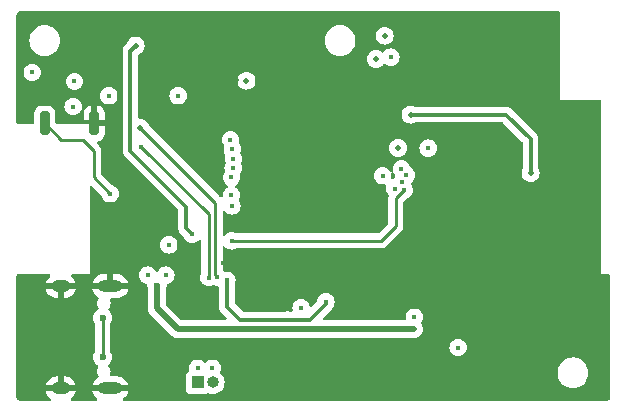
<source format=gbl>
G04 #@! TF.GenerationSoftware,KiCad,Pcbnew,7.0.1-3b83917a11~172~ubuntu22.04.1*
G04 #@! TF.CreationDate,2023-04-18T13:12:10+02:00*
G04 #@! TF.ProjectId,154-watch,3135342d-7761-4746-9368-2e6b69636164,rev?*
G04 #@! TF.SameCoordinates,Original*
G04 #@! TF.FileFunction,Copper,L4,Bot*
G04 #@! TF.FilePolarity,Positive*
%FSLAX46Y46*%
G04 Gerber Fmt 4.6, Leading zero omitted, Abs format (unit mm)*
G04 Created by KiCad (PCBNEW 7.0.1-3b83917a11~172~ubuntu22.04.1) date 2023-04-18 13:12:10*
%MOMM*%
%LPD*%
G01*
G04 APERTURE LIST*
G04 Aperture macros list*
%AMRoundRect*
0 Rectangle with rounded corners*
0 $1 Rounding radius*
0 $2 $3 $4 $5 $6 $7 $8 $9 X,Y pos of 4 corners*
0 Add a 4 corners polygon primitive as box body*
4,1,4,$2,$3,$4,$5,$6,$7,$8,$9,$2,$3,0*
0 Add four circle primitives for the rounded corners*
1,1,$1+$1,$2,$3*
1,1,$1+$1,$4,$5*
1,1,$1+$1,$6,$7*
1,1,$1+$1,$8,$9*
0 Add four rect primitives between the rounded corners*
20,1,$1+$1,$2,$3,$4,$5,0*
20,1,$1+$1,$4,$5,$6,$7,0*
20,1,$1+$1,$6,$7,$8,$9,0*
20,1,$1+$1,$8,$9,$2,$3,0*%
G04 Aperture macros list end*
G04 #@! TA.AperFunction,ComponentPad*
%ADD10R,1.000000X1.000000*%
G04 #@! TD*
G04 #@! TA.AperFunction,ComponentPad*
%ADD11O,1.000000X1.000000*%
G04 #@! TD*
G04 #@! TA.AperFunction,ComponentPad*
%ADD12O,2.100000X1.000000*%
G04 #@! TD*
G04 #@! TA.AperFunction,ComponentPad*
%ADD13O,1.600000X1.000000*%
G04 #@! TD*
G04 #@! TA.AperFunction,SMDPad,CuDef*
%ADD14RoundRect,0.200000X-0.200000X-0.800000X0.200000X-0.800000X0.200000X0.800000X-0.200000X0.800000X0*%
G04 #@! TD*
G04 #@! TA.AperFunction,ViaPad*
%ADD15C,0.500000*%
G04 #@! TD*
G04 #@! TA.AperFunction,ViaPad*
%ADD16C,0.600000*%
G04 #@! TD*
G04 #@! TA.AperFunction,ViaPad*
%ADD17C,0.450000*%
G04 #@! TD*
G04 #@! TA.AperFunction,Conductor*
%ADD18C,0.250000*%
G04 #@! TD*
G04 #@! TA.AperFunction,Conductor*
%ADD19C,0.500000*%
G04 #@! TD*
G04 #@! TA.AperFunction,Conductor*
%ADD20C,0.300000*%
G04 #@! TD*
G04 #@! TA.AperFunction,Conductor*
%ADD21C,0.350000*%
G04 #@! TD*
G04 APERTURE END LIST*
D10*
X87350000Y-60950000D03*
D11*
X88620000Y-60950000D03*
D12*
X79930000Y-52805000D03*
D13*
X75750000Y-52805000D03*
D12*
X79930000Y-61445000D03*
D13*
X75750000Y-61445000D03*
D14*
X74400000Y-39030000D03*
X78600000Y-39030000D03*
D15*
X110110000Y-61140000D03*
D16*
X81330100Y-46375000D03*
X85875000Y-57600000D03*
X89575000Y-38425000D03*
X82425000Y-61375000D03*
D15*
X111950000Y-57570000D03*
X103200000Y-54525000D03*
X104650000Y-36675000D03*
D16*
X85280100Y-46375000D03*
D15*
X90090000Y-31730000D03*
X82090000Y-31160000D03*
X118600000Y-52440000D03*
X100580000Y-60460000D03*
X99900000Y-44625000D03*
X104275000Y-50325000D03*
X110700000Y-43710000D03*
X110670000Y-48260000D03*
X98025000Y-41225000D03*
D17*
X95812500Y-31920000D03*
D15*
X119360000Y-48330000D03*
X94775000Y-44225000D03*
X99175000Y-54525000D03*
X105658781Y-30772500D03*
D16*
X81330100Y-42425000D03*
D17*
X89450000Y-50800000D03*
D15*
X90570000Y-35350000D03*
D16*
X79300000Y-58825000D03*
X79300000Y-55475000D03*
D15*
X105647122Y-56425000D03*
D16*
X83900000Y-52750000D03*
D17*
X90250000Y-46000000D03*
X104025000Y-44550000D03*
X103000000Y-43450000D03*
X90375000Y-42000000D03*
D15*
X105370500Y-38275000D03*
X115530000Y-43240000D03*
D17*
X105025000Y-43400000D03*
X85700000Y-36675000D03*
X90350000Y-42800000D03*
X104630000Y-43990000D03*
X104600000Y-42850000D03*
D15*
X91480000Y-35405500D03*
D17*
X104850000Y-44650000D03*
X90225000Y-48975000D03*
D15*
X104325000Y-41100000D03*
D17*
X106860000Y-41120000D03*
X105692967Y-55432338D03*
X109390000Y-58000000D03*
D15*
X82089500Y-32430000D03*
D17*
X86875000Y-48400000D03*
X90200000Y-43600000D03*
X76914500Y-35469001D03*
D15*
X102440000Y-33580000D03*
D17*
X76800000Y-37600000D03*
X90200000Y-45100000D03*
X103710000Y-33410000D03*
D15*
X103170000Y-31592000D03*
D17*
X90274999Y-41200001D03*
X79925000Y-44975000D03*
X84900000Y-49300000D03*
X98200000Y-54130000D03*
X94950000Y-55650000D03*
X89825000Y-52300000D03*
X90125000Y-40400000D03*
X96100000Y-54625000D03*
X87350000Y-59750000D03*
X83125000Y-51875000D03*
X88600000Y-59750000D03*
X84650000Y-51875000D03*
X73340000Y-34710000D03*
X82590000Y-41000000D03*
X88275000Y-52075000D03*
X79820000Y-36680000D03*
D15*
X82500000Y-39400000D03*
D17*
X89025000Y-52050000D03*
D18*
X79300000Y-55475000D02*
X79300000Y-58825000D01*
D19*
X83900000Y-52750000D02*
X83900000Y-54680000D01*
X83900000Y-54680000D02*
X85645000Y-56425000D01*
X85645000Y-56425000D02*
X105647122Y-56425000D01*
D20*
X115530000Y-43240000D02*
X115530000Y-40340000D01*
X113465000Y-38275000D02*
X105370500Y-38275000D01*
X115530000Y-40340000D02*
X113465000Y-38275000D01*
D18*
X104120000Y-45380000D02*
X104850000Y-44650000D01*
X102885000Y-48975000D02*
X104120000Y-47740000D01*
X104120000Y-47740000D02*
X104120000Y-45380000D01*
X90225000Y-48975000D02*
X102885000Y-48975000D01*
D20*
X81660000Y-41340000D02*
X86380000Y-46060000D01*
X86380000Y-47905000D02*
X86875000Y-48400000D01*
X86380000Y-46060000D02*
X86380000Y-47905000D01*
X81660000Y-41340000D02*
X81660000Y-32859500D01*
X81660000Y-32859500D02*
X82089500Y-32430000D01*
D18*
X77620000Y-40430000D02*
X75800000Y-40430000D01*
X78530000Y-43580000D02*
X79925000Y-44975000D01*
X77620000Y-40430000D02*
X78530000Y-41340000D01*
X78530000Y-41340000D02*
X78530000Y-43580000D01*
X75800000Y-40430000D02*
X74400000Y-39030000D01*
D21*
X96840000Y-55650000D02*
X98200000Y-54290000D01*
X98200000Y-54290000D02*
X98200000Y-54130000D01*
X94950000Y-55650000D02*
X96840000Y-55650000D01*
X89825000Y-52300000D02*
X89825000Y-54545000D01*
X90930000Y-55650000D02*
X94950000Y-55650000D01*
X89825000Y-54545000D02*
X90930000Y-55650000D01*
D18*
X82590000Y-41000000D02*
X88275000Y-46685000D01*
X88275000Y-46685000D02*
X88275000Y-52075000D01*
X88820000Y-45720000D02*
X88820000Y-51845000D01*
X82500000Y-39400000D02*
X88820000Y-45720000D01*
X88820000Y-51845000D02*
X89025000Y-52050000D01*
G04 #@! TA.AperFunction,Conductor*
G36*
X117936500Y-29517381D02*
G01*
X117982619Y-29563500D01*
X117999500Y-29626500D01*
X117999500Y-36974842D01*
X117999459Y-36975048D01*
X117999459Y-37000000D01*
X117999500Y-37000099D01*
X117999617Y-37000383D01*
X118000000Y-37000541D01*
X118000002Y-37000539D01*
X118025014Y-37000524D01*
X118025014Y-37000528D01*
X118025158Y-37000500D01*
X121373500Y-37000500D01*
X121436500Y-37017381D01*
X121482619Y-37063500D01*
X121499500Y-37126500D01*
X121499500Y-51774842D01*
X121499459Y-51775048D01*
X121499459Y-51800000D01*
X121499500Y-51800099D01*
X121499617Y-51800383D01*
X121500000Y-51800541D01*
X121500002Y-51800539D01*
X121525014Y-51800524D01*
X121525014Y-51800528D01*
X121525158Y-51800500D01*
X122163500Y-51800500D01*
X122226500Y-51817381D01*
X122272619Y-51863500D01*
X122289500Y-51926500D01*
X122289500Y-62143045D01*
X122287368Y-62153763D01*
X122287368Y-62187960D01*
X122285818Y-62207657D01*
X122284694Y-62214760D01*
X122280198Y-62243161D01*
X122278766Y-62250711D01*
X122271324Y-62284305D01*
X122260574Y-62314254D01*
X122252990Y-62329139D01*
X122245489Y-62341937D01*
X122218825Y-62381845D01*
X122203153Y-62400941D01*
X122190941Y-62413153D01*
X122171845Y-62428825D01*
X122131934Y-62455491D01*
X122119134Y-62462993D01*
X122106423Y-62469469D01*
X122073797Y-62480781D01*
X122002630Y-62494932D01*
X121998010Y-62495761D01*
X121997904Y-62495778D01*
X121977951Y-62497368D01*
X121937206Y-62497368D01*
X121934679Y-62497870D01*
X83952877Y-62499500D01*
X81136153Y-62499500D01*
X81076757Y-62484622D01*
X81031388Y-62443502D01*
X81010760Y-62385850D01*
X81019744Y-62325281D01*
X81056220Y-62276100D01*
X81196212Y-62161212D01*
X81322176Y-62007723D01*
X81415776Y-61832609D01*
X81456307Y-61699000D01*
X78403693Y-61699000D01*
X78444223Y-61832609D01*
X78537823Y-62007723D01*
X78663787Y-62161212D01*
X78803780Y-62276100D01*
X78840256Y-62325281D01*
X78849240Y-62385850D01*
X78828612Y-62443502D01*
X78783243Y-62484622D01*
X78723847Y-62499500D01*
X76706153Y-62499500D01*
X76646757Y-62484622D01*
X76601388Y-62443502D01*
X76580760Y-62385850D01*
X76589744Y-62325281D01*
X76626220Y-62276100D01*
X76766212Y-62161212D01*
X76892176Y-62007723D01*
X76985776Y-61832609D01*
X77026307Y-61699000D01*
X74473693Y-61699000D01*
X74514223Y-61832609D01*
X74607823Y-62007723D01*
X74733787Y-62161212D01*
X74873780Y-62276100D01*
X74910256Y-62325281D01*
X74919240Y-62385850D01*
X74898612Y-62443502D01*
X74853243Y-62484622D01*
X74793847Y-62499500D01*
X72309923Y-62499500D01*
X72289575Y-62497846D01*
X72289465Y-62497828D01*
X72285232Y-62497061D01*
X72214074Y-62482907D01*
X72181453Y-62471595D01*
X72168737Y-62465116D01*
X72155937Y-62457614D01*
X72116027Y-62430947D01*
X72096934Y-62415277D01*
X72084721Y-62403064D01*
X72069051Y-62383971D01*
X72067630Y-62381845D01*
X72042381Y-62344057D01*
X72034882Y-62331261D01*
X72028403Y-62318545D01*
X72017091Y-62285924D01*
X72002936Y-62214760D01*
X72002057Y-62209830D01*
X72002042Y-62209735D01*
X72000500Y-62190084D01*
X72000500Y-61498638D01*
X86341500Y-61498638D01*
X86348011Y-61559200D01*
X86399111Y-61696205D01*
X86486738Y-61813261D01*
X86603794Y-61900888D01*
X86603795Y-61900888D01*
X86603796Y-61900889D01*
X86740799Y-61951989D01*
X86801362Y-61958500D01*
X87898638Y-61958500D01*
X87959201Y-61951989D01*
X88096204Y-61900889D01*
X88100079Y-61897987D01*
X88166043Y-61873216D01*
X88219747Y-61884524D01*
X88220320Y-61882638D01*
X88232193Y-61886239D01*
X88232196Y-61886241D01*
X88422299Y-61943908D01*
X88620000Y-61963380D01*
X88817701Y-61943908D01*
X88817700Y-61943908D01*
X89007804Y-61886241D01*
X89183004Y-61792595D01*
X89183005Y-61792593D01*
X89183007Y-61792593D01*
X89336568Y-61666568D01*
X89462593Y-61513007D01*
X89462595Y-61513004D01*
X89556241Y-61337804D01*
X89613908Y-61147701D01*
X89633380Y-60950000D01*
X89613908Y-60752299D01*
X89556241Y-60562196D01*
X89462595Y-60386996D01*
X89462593Y-60386992D01*
X89336571Y-60233434D01*
X89304730Y-60207303D01*
X89272719Y-60167735D01*
X89264939Y-60140000D01*
X117814532Y-60140000D01*
X117834365Y-60366692D01*
X117893260Y-60586495D01*
X117959613Y-60728787D01*
X117989432Y-60792734D01*
X118119953Y-60979139D01*
X118280861Y-61140047D01*
X118467266Y-61270568D01*
X118673504Y-61366739D01*
X118893308Y-61425635D01*
X119063216Y-61440500D01*
X119176779Y-61440500D01*
X119176784Y-61440500D01*
X119346692Y-61425635D01*
X119566496Y-61366739D01*
X119772734Y-61270568D01*
X119959139Y-61140047D01*
X120120047Y-60979139D01*
X120250568Y-60792734D01*
X120346739Y-60586496D01*
X120405635Y-60366692D01*
X120425468Y-60140000D01*
X120405635Y-59913308D01*
X120346739Y-59693504D01*
X120250568Y-59487266D01*
X120120047Y-59300861D01*
X119959139Y-59139953D01*
X119772734Y-59009432D01*
X119765475Y-59006047D01*
X119566495Y-58913260D01*
X119346692Y-58854365D01*
X119176784Y-58839500D01*
X119063216Y-58839500D01*
X118921625Y-58851887D01*
X118893307Y-58854365D01*
X118673504Y-58913260D01*
X118467265Y-59009432D01*
X118280858Y-59139955D01*
X118119955Y-59300858D01*
X117989432Y-59487265D01*
X117893260Y-59693504D01*
X117834365Y-59913307D01*
X117814532Y-60140000D01*
X89264939Y-60140000D01*
X89258973Y-60118731D01*
X89265733Y-60068290D01*
X89319634Y-59914252D01*
X89338141Y-59750000D01*
X89319634Y-59585748D01*
X89265042Y-59429733D01*
X89177102Y-59289777D01*
X89177101Y-59289776D01*
X89177100Y-59289774D01*
X89060225Y-59172899D01*
X88920266Y-59084957D01*
X88764254Y-59030366D01*
X88600000Y-59011859D01*
X88435745Y-59030366D01*
X88279733Y-59084957D01*
X88139774Y-59172899D01*
X88064095Y-59248579D01*
X88007611Y-59281191D01*
X87942389Y-59281191D01*
X87885905Y-59248579D01*
X87810225Y-59172899D01*
X87670266Y-59084957D01*
X87514254Y-59030366D01*
X87350000Y-59011859D01*
X87185745Y-59030366D01*
X87029733Y-59084957D01*
X86889774Y-59172899D01*
X86772899Y-59289774D01*
X86684957Y-59429733D01*
X86630366Y-59585745D01*
X86611859Y-59750000D01*
X86629036Y-59902444D01*
X86619486Y-59966545D01*
X86579337Y-60017420D01*
X86486738Y-60086738D01*
X86399111Y-60203794D01*
X86348011Y-60340799D01*
X86341500Y-60401362D01*
X86341500Y-61498638D01*
X72000500Y-61498638D01*
X72000500Y-61190999D01*
X74473692Y-61190999D01*
X74473693Y-61191000D01*
X75496000Y-61191000D01*
X75496000Y-60437000D01*
X76004000Y-60437000D01*
X76004000Y-61191000D01*
X77026307Y-61191000D01*
X77026307Y-61190999D01*
X78403692Y-61190999D01*
X78403693Y-61191000D01*
X81456307Y-61191000D01*
X81456307Y-61190999D01*
X81415776Y-61057390D01*
X81322176Y-60882276D01*
X81196212Y-60728787D01*
X81042723Y-60602823D01*
X80867609Y-60509223D01*
X80677603Y-60451584D01*
X80529521Y-60437000D01*
X80036691Y-60437000D01*
X79977295Y-60422122D01*
X79931926Y-60381002D01*
X79911298Y-60323350D01*
X79920282Y-60262782D01*
X79944715Y-60203796D01*
X79960687Y-60165236D01*
X79980466Y-60015000D01*
X79960687Y-59864764D01*
X79902698Y-59724767D01*
X79902697Y-59724766D01*
X79902697Y-59724765D01*
X79814065Y-59609258D01*
X79789941Y-59554434D01*
X79793859Y-59494665D01*
X79824928Y-59443463D01*
X79936111Y-59332281D01*
X80033043Y-59178015D01*
X80093217Y-59006047D01*
X80113616Y-58825000D01*
X80093217Y-58643953D01*
X80033043Y-58471985D01*
X79952813Y-58344300D01*
X79933500Y-58277264D01*
X79933500Y-57999999D01*
X108651859Y-57999999D01*
X108670366Y-58164254D01*
X108724957Y-58320266D01*
X108812899Y-58460225D01*
X108929774Y-58577100D01*
X108929776Y-58577101D01*
X108929777Y-58577102D01*
X109069733Y-58665042D01*
X109225748Y-58719634D01*
X109390000Y-58738141D01*
X109554252Y-58719634D01*
X109710267Y-58665042D01*
X109850223Y-58577102D01*
X109967102Y-58460223D01*
X110055042Y-58320267D01*
X110109634Y-58164252D01*
X110128141Y-58000000D01*
X110109634Y-57835748D01*
X110055042Y-57679733D01*
X109967102Y-57539777D01*
X109967101Y-57539776D01*
X109967100Y-57539774D01*
X109850225Y-57422899D01*
X109710266Y-57334957D01*
X109554254Y-57280366D01*
X109444750Y-57268028D01*
X109390000Y-57261859D01*
X109389999Y-57261859D01*
X109225745Y-57280366D01*
X109069733Y-57334957D01*
X108929774Y-57422899D01*
X108812899Y-57539774D01*
X108724957Y-57679733D01*
X108670366Y-57835745D01*
X108651859Y-57999999D01*
X79933500Y-57999999D01*
X79933500Y-56022736D01*
X79952813Y-55955700D01*
X79966502Y-55933914D01*
X80033043Y-55828015D01*
X80093217Y-55656047D01*
X80113616Y-55475000D01*
X80093217Y-55293953D01*
X80033043Y-55121985D01*
X79985050Y-55045604D01*
X79936110Y-54967717D01*
X79800799Y-54832406D01*
X79766881Y-54770582D01*
X79771493Y-54700215D01*
X79801407Y-54659418D01*
X79800353Y-54658610D01*
X79810449Y-54645452D01*
X79810451Y-54645451D01*
X79902698Y-54525233D01*
X79960687Y-54385236D01*
X79980466Y-54235000D01*
X79960687Y-54084764D01*
X79947460Y-54052831D01*
X79920282Y-53987218D01*
X79911298Y-53926650D01*
X79931926Y-53868998D01*
X79977295Y-53827878D01*
X80036691Y-53813000D01*
X80529521Y-53813000D01*
X80677603Y-53798415D01*
X80867609Y-53740776D01*
X81042723Y-53647176D01*
X81196212Y-53521212D01*
X81322176Y-53367723D01*
X81415776Y-53192609D01*
X81456307Y-53059000D01*
X78403693Y-53059000D01*
X78444223Y-53192609D01*
X78537823Y-53367723D01*
X78663787Y-53521212D01*
X78817278Y-53647177D01*
X78904986Y-53694058D01*
X78946177Y-53729296D01*
X78968751Y-53778580D01*
X78968529Y-53832787D01*
X78945553Y-53881884D01*
X78897302Y-53944765D01*
X78839312Y-54084764D01*
X78819534Y-54235000D01*
X78839312Y-54385235D01*
X78897302Y-54525234D01*
X78941431Y-54582744D01*
X78966843Y-54646902D01*
X78954648Y-54714824D01*
X78908505Y-54766135D01*
X78792717Y-54838889D01*
X78663889Y-54967717D01*
X78566956Y-55121985D01*
X78506783Y-55293950D01*
X78486384Y-55475000D01*
X78506783Y-55656049D01*
X78566956Y-55828014D01*
X78647187Y-55955700D01*
X78666500Y-56022736D01*
X78666500Y-58277264D01*
X78647187Y-58344300D01*
X78566956Y-58471985D01*
X78506783Y-58643950D01*
X78486384Y-58824999D01*
X78506783Y-59006049D01*
X78566956Y-59178014D01*
X78663889Y-59332282D01*
X78792717Y-59461110D01*
X78882619Y-59517599D01*
X78928762Y-59568909D01*
X78940957Y-59636830D01*
X78915547Y-59700989D01*
X78897301Y-59724767D01*
X78839312Y-59864764D01*
X78819534Y-60014999D01*
X78839312Y-60165235D01*
X78897301Y-60305232D01*
X78945553Y-60368115D01*
X78968528Y-60417212D01*
X78968750Y-60471419D01*
X78946177Y-60520702D01*
X78904987Y-60555941D01*
X78817274Y-60602824D01*
X78663787Y-60728787D01*
X78537823Y-60882276D01*
X78444223Y-61057390D01*
X78403692Y-61190999D01*
X77026307Y-61190999D01*
X76985776Y-61057390D01*
X76892176Y-60882276D01*
X76766212Y-60728787D01*
X76612723Y-60602823D01*
X76437609Y-60509223D01*
X76247603Y-60451584D01*
X76099521Y-60437000D01*
X76004000Y-60437000D01*
X75496000Y-60437000D01*
X75400479Y-60437000D01*
X75252396Y-60451584D01*
X75062390Y-60509223D01*
X74887276Y-60602823D01*
X74733787Y-60728787D01*
X74607823Y-60882276D01*
X74514223Y-61057390D01*
X74473692Y-61190999D01*
X72000500Y-61190999D01*
X72000500Y-53059000D01*
X74473693Y-53059000D01*
X74514223Y-53192609D01*
X74607823Y-53367723D01*
X74733787Y-53521212D01*
X74887276Y-53647176D01*
X75062390Y-53740776D01*
X75252396Y-53798415D01*
X75400479Y-53813000D01*
X75496000Y-53813000D01*
X75496000Y-53059000D01*
X76004000Y-53059000D01*
X76004000Y-53813000D01*
X76099521Y-53813000D01*
X76247603Y-53798415D01*
X76437609Y-53740776D01*
X76612723Y-53647176D01*
X76766212Y-53521212D01*
X76892176Y-53367723D01*
X76985776Y-53192609D01*
X77026307Y-53059000D01*
X76004000Y-53059000D01*
X75496000Y-53059000D01*
X74473693Y-53059000D01*
X72000500Y-53059000D01*
X72000500Y-51902936D01*
X72017426Y-51839858D01*
X72063656Y-51793727D01*
X72126770Y-51776936D01*
X74755028Y-51782580D01*
X74814343Y-51797560D01*
X74859611Y-51838713D01*
X74880160Y-51896338D01*
X74871144Y-51956848D01*
X74834690Y-52005979D01*
X74733788Y-52088786D01*
X74607823Y-52242276D01*
X74514223Y-52417390D01*
X74473692Y-52550999D01*
X74473693Y-52551000D01*
X77026307Y-52551000D01*
X77026307Y-52550999D01*
X78403692Y-52550999D01*
X78403693Y-52551000D01*
X79676000Y-52551000D01*
X79676000Y-51797000D01*
X80184000Y-51797000D01*
X80184000Y-52551000D01*
X81456307Y-52551000D01*
X81456307Y-52550999D01*
X81415776Y-52417390D01*
X81322176Y-52242276D01*
X81196212Y-52088787D01*
X81042723Y-51962823D01*
X80867609Y-51869223D01*
X80677603Y-51811584D01*
X80529521Y-51797000D01*
X80184000Y-51797000D01*
X79676000Y-51797000D01*
X79330479Y-51797000D01*
X79182396Y-51811584D01*
X78992390Y-51869223D01*
X78817276Y-51962823D01*
X78663787Y-52088787D01*
X78537823Y-52242276D01*
X78444223Y-52417390D01*
X78403692Y-52550999D01*
X77026307Y-52550999D01*
X76985776Y-52417390D01*
X76892176Y-52242276D01*
X76766209Y-52088784D01*
X76670532Y-52010264D01*
X76634036Y-51961033D01*
X76625082Y-51900407D01*
X76645790Y-51842728D01*
X76691260Y-51801641D01*
X76750731Y-51786866D01*
X78210000Y-51790000D01*
X78206085Y-49300000D01*
X84161859Y-49300000D01*
X84180366Y-49464254D01*
X84234957Y-49620266D01*
X84322899Y-49760225D01*
X84439774Y-49877100D01*
X84439776Y-49877101D01*
X84439777Y-49877102D01*
X84579733Y-49965042D01*
X84735748Y-50019634D01*
X84900000Y-50038141D01*
X85064252Y-50019634D01*
X85220267Y-49965042D01*
X85360223Y-49877102D01*
X85477102Y-49760223D01*
X85565042Y-49620267D01*
X85619634Y-49464252D01*
X85638141Y-49300000D01*
X85619634Y-49135748D01*
X85613995Y-49119634D01*
X85565042Y-48979733D01*
X85477100Y-48839774D01*
X85360225Y-48722899D01*
X85220266Y-48634957D01*
X85064254Y-48580366D01*
X84900000Y-48561859D01*
X84735745Y-48580366D01*
X84579733Y-48634957D01*
X84439774Y-48722899D01*
X84322899Y-48839774D01*
X84234957Y-48979733D01*
X84180366Y-49135745D01*
X84161859Y-49300000D01*
X78206085Y-49300000D01*
X78198457Y-44448743D01*
X78212117Y-44391488D01*
X78250299Y-44346684D01*
X78304667Y-44324114D01*
X78363355Y-44328705D01*
X78413548Y-44359452D01*
X79191501Y-45137406D01*
X79221332Y-45184882D01*
X79249105Y-45264252D01*
X79259958Y-45295267D01*
X79347899Y-45435225D01*
X79464774Y-45552100D01*
X79604733Y-45640042D01*
X79760636Y-45694595D01*
X79760748Y-45694634D01*
X79925000Y-45713141D01*
X80089252Y-45694634D01*
X80245267Y-45640042D01*
X80385223Y-45552102D01*
X80502102Y-45435223D01*
X80590042Y-45295267D01*
X80644634Y-45139252D01*
X80663141Y-44975000D01*
X80644634Y-44810748D01*
X80590042Y-44654733D01*
X80502102Y-44514777D01*
X80502101Y-44514776D01*
X80502100Y-44514774D01*
X80385224Y-44397898D01*
X80245268Y-44309958D01*
X80134881Y-44271331D01*
X80087402Y-44241497D01*
X79200405Y-43354500D01*
X79173091Y-43313623D01*
X79163500Y-43265405D01*
X79163500Y-41423849D01*
X79165794Y-41403064D01*
X79165114Y-41381436D01*
X79163561Y-41332032D01*
X79163500Y-41328075D01*
X79163500Y-41300148D01*
X79163500Y-41300144D01*
X79162992Y-41296124D01*
X79162061Y-41284295D01*
X79161765Y-41274874D01*
X79160673Y-41240110D01*
X79155020Y-41220656D01*
X79151012Y-41201298D01*
X79150848Y-41200001D01*
X79148474Y-41181203D01*
X79132190Y-41140077D01*
X79128359Y-41128888D01*
X79116018Y-41086407D01*
X79105704Y-41068968D01*
X79097008Y-41051216D01*
X79093827Y-41043181D01*
X79089552Y-41032383D01*
X79063571Y-40996624D01*
X79057050Y-40986698D01*
X79056625Y-40985980D01*
X79034542Y-40948637D01*
X79020213Y-40934308D01*
X79007376Y-40919277D01*
X78995473Y-40902893D01*
X78961406Y-40874711D01*
X78952626Y-40866721D01*
X78833572Y-40747667D01*
X78799677Y-40685946D01*
X78804194Y-40615675D01*
X78845713Y-40558802D01*
X78911267Y-40533089D01*
X78928555Y-40531518D01*
X79092706Y-40480366D01*
X79239846Y-40391417D01*
X79361417Y-40269846D01*
X79450366Y-40122706D01*
X79501518Y-39958555D01*
X79508000Y-39887226D01*
X79508000Y-39284000D01*
X78190336Y-39284000D01*
X78190000Y-39070000D01*
X77652000Y-39070821D01*
X77651999Y-39070820D01*
X75434691Y-39074206D01*
X75371610Y-39057389D01*
X75325412Y-39011262D01*
X75308499Y-38948206D01*
X75308499Y-38776000D01*
X77692000Y-38776000D01*
X78346000Y-38776000D01*
X78346000Y-37522001D01*
X78342775Y-37522001D01*
X78271443Y-37528481D01*
X78107293Y-37579633D01*
X77960153Y-37668582D01*
X77838582Y-37790153D01*
X77749633Y-37937293D01*
X77698481Y-38101444D01*
X77692000Y-38172774D01*
X77692000Y-38776000D01*
X75308499Y-38776000D01*
X75308499Y-38172735D01*
X75302013Y-38101352D01*
X75302013Y-38101351D01*
X75250827Y-37937087D01*
X75161816Y-37789845D01*
X75161815Y-37789844D01*
X75161814Y-37789842D01*
X75040157Y-37668185D01*
X74954659Y-37616500D01*
X74927365Y-37600000D01*
X76061859Y-37600000D01*
X76080366Y-37764254D01*
X76134957Y-37920266D01*
X76222899Y-38060225D01*
X76339774Y-38177100D01*
X76339776Y-38177101D01*
X76339777Y-38177102D01*
X76479733Y-38265042D01*
X76635748Y-38319634D01*
X76800000Y-38338141D01*
X76964252Y-38319634D01*
X77120267Y-38265042D01*
X77260223Y-38177102D01*
X77377102Y-38060223D01*
X77465042Y-37920267D01*
X77519634Y-37764252D01*
X77538141Y-37600000D01*
X77529352Y-37522000D01*
X78854000Y-37522000D01*
X78854000Y-38776000D01*
X79507999Y-38776000D01*
X79507999Y-38172775D01*
X79501518Y-38101443D01*
X79450366Y-37937293D01*
X79361417Y-37790153D01*
X79239846Y-37668582D01*
X79092706Y-37579633D01*
X78928555Y-37528481D01*
X78857226Y-37522000D01*
X78854000Y-37522000D01*
X77529352Y-37522000D01*
X77519634Y-37435748D01*
X77511723Y-37413141D01*
X77465042Y-37279733D01*
X77377100Y-37139774D01*
X77260225Y-37022899D01*
X77120266Y-36934957D01*
X76964254Y-36880366D01*
X76800000Y-36861859D01*
X76635745Y-36880366D01*
X76479733Y-36934957D01*
X76339774Y-37022899D01*
X76222899Y-37139774D01*
X76134957Y-37279733D01*
X76080366Y-37435745D01*
X76061859Y-37600000D01*
X74927365Y-37600000D01*
X74892913Y-37579173D01*
X74841725Y-37563222D01*
X74728648Y-37527986D01*
X74662767Y-37522000D01*
X74657264Y-37521500D01*
X74142735Y-37521500D01*
X74071351Y-37527986D01*
X73907087Y-37579173D01*
X73759842Y-37668185D01*
X73638185Y-37789842D01*
X73549173Y-37937087D01*
X73497986Y-38101351D01*
X73491500Y-38172736D01*
X73491500Y-38951364D01*
X73474651Y-39014308D01*
X73428611Y-39060419D01*
X73365692Y-39077364D01*
X72126692Y-39079256D01*
X72063611Y-39062439D01*
X72017413Y-39016312D01*
X72000500Y-38953256D01*
X72000500Y-36679999D01*
X79081859Y-36679999D01*
X79100366Y-36844254D01*
X79154957Y-37000266D01*
X79242899Y-37140225D01*
X79359774Y-37257100D01*
X79359776Y-37257101D01*
X79359777Y-37257102D01*
X79499733Y-37345042D01*
X79655748Y-37399634D01*
X79820000Y-37418141D01*
X79984252Y-37399634D01*
X80140267Y-37345042D01*
X80280223Y-37257102D01*
X80397102Y-37140223D01*
X80485042Y-37000267D01*
X80539634Y-36844252D01*
X80558141Y-36680000D01*
X80539634Y-36515748D01*
X80485042Y-36359733D01*
X80397102Y-36219777D01*
X80397101Y-36219776D01*
X80397100Y-36219774D01*
X80280225Y-36102899D01*
X80140266Y-36014957D01*
X79984254Y-35960366D01*
X79820000Y-35941859D01*
X79655745Y-35960366D01*
X79499733Y-36014957D01*
X79359774Y-36102899D01*
X79242899Y-36219774D01*
X79154957Y-36359733D01*
X79100366Y-36515745D01*
X79081859Y-36679999D01*
X72000500Y-36679999D01*
X72000500Y-35469001D01*
X76176359Y-35469001D01*
X76194866Y-35633255D01*
X76249457Y-35789267D01*
X76337399Y-35929226D01*
X76454274Y-36046101D01*
X76454276Y-36046102D01*
X76454277Y-36046103D01*
X76594233Y-36134043D01*
X76750248Y-36188635D01*
X76914500Y-36207142D01*
X77078752Y-36188635D01*
X77234767Y-36134043D01*
X77374723Y-36046103D01*
X77491602Y-35929224D01*
X77579542Y-35789268D01*
X77634134Y-35633253D01*
X77652641Y-35469001D01*
X77634134Y-35304749D01*
X77579542Y-35148734D01*
X77491602Y-35008778D01*
X77491601Y-35008777D01*
X77491600Y-35008775D01*
X77374725Y-34891900D01*
X77234766Y-34803958D01*
X77078754Y-34749367D01*
X76914500Y-34730860D01*
X76750245Y-34749367D01*
X76594233Y-34803958D01*
X76454274Y-34891900D01*
X76337399Y-35008775D01*
X76249457Y-35148734D01*
X76194866Y-35304746D01*
X76176359Y-35469001D01*
X72000500Y-35469001D01*
X72000500Y-34709999D01*
X72601859Y-34709999D01*
X72620366Y-34874254D01*
X72674957Y-35030266D01*
X72762899Y-35170225D01*
X72879774Y-35287100D01*
X72879776Y-35287101D01*
X72879777Y-35287102D01*
X73019733Y-35375042D01*
X73175748Y-35429634D01*
X73340000Y-35448141D01*
X73504252Y-35429634D01*
X73660267Y-35375042D01*
X73800223Y-35287102D01*
X73917102Y-35170223D01*
X74005042Y-35030267D01*
X74059634Y-34874252D01*
X74078141Y-34710000D01*
X74059634Y-34545748D01*
X74005042Y-34389733D01*
X73917102Y-34249777D01*
X73917101Y-34249776D01*
X73917100Y-34249774D01*
X73800225Y-34132899D01*
X73660266Y-34044957D01*
X73504254Y-33990366D01*
X73340000Y-33971859D01*
X73175745Y-33990366D01*
X73019733Y-34044957D01*
X72879774Y-34132899D01*
X72762899Y-34249774D01*
X72674957Y-34389733D01*
X72620366Y-34545745D01*
X72601859Y-34709999D01*
X72000500Y-34709999D01*
X72000500Y-31999999D01*
X73094532Y-31999999D01*
X73114365Y-32226692D01*
X73173260Y-32446495D01*
X73251911Y-32615160D01*
X73269432Y-32652734D01*
X73399953Y-32839139D01*
X73560861Y-33000047D01*
X73747266Y-33130568D01*
X73953504Y-33226739D01*
X74173308Y-33285635D01*
X74343216Y-33300500D01*
X74456779Y-33300500D01*
X74456784Y-33300500D01*
X74626692Y-33285635D01*
X74846496Y-33226739D01*
X75052734Y-33130568D01*
X75239139Y-33000047D01*
X75400047Y-32839139D01*
X75400388Y-32838652D01*
X80996594Y-32838652D01*
X81000941Y-32884638D01*
X81001500Y-32896496D01*
X81001500Y-41253389D01*
X80999128Y-41274874D01*
X81001438Y-41348369D01*
X81001500Y-41352327D01*
X81001500Y-41381436D01*
X81002055Y-41385832D01*
X81002986Y-41397656D01*
X81004437Y-41443831D01*
X81010421Y-41464427D01*
X81014429Y-41483782D01*
X81017117Y-41505061D01*
X81017117Y-41505063D01*
X81017118Y-41505064D01*
X81030861Y-41539777D01*
X81034124Y-41548017D01*
X81037967Y-41559244D01*
X81050854Y-41603600D01*
X81061770Y-41622058D01*
X81070467Y-41639810D01*
X81078364Y-41659756D01*
X81105514Y-41697123D01*
X81112033Y-41707046D01*
X81135549Y-41746810D01*
X81150710Y-41761971D01*
X81163550Y-41777004D01*
X81176157Y-41794355D01*
X81211751Y-41823801D01*
X81220531Y-41831791D01*
X85684595Y-46295855D01*
X85711909Y-46336732D01*
X85721500Y-46384950D01*
X85721500Y-47818389D01*
X85719128Y-47839874D01*
X85721438Y-47913369D01*
X85721500Y-47917327D01*
X85721500Y-47946436D01*
X85722055Y-47950832D01*
X85722986Y-47962656D01*
X85724437Y-48008831D01*
X85730421Y-48029427D01*
X85734429Y-48048782D01*
X85737117Y-48070061D01*
X85737117Y-48070063D01*
X85737118Y-48070064D01*
X85744568Y-48088882D01*
X85754124Y-48113017D01*
X85757967Y-48124244D01*
X85770854Y-48168600D01*
X85781770Y-48187058D01*
X85790467Y-48204810D01*
X85798364Y-48224756D01*
X85825514Y-48262123D01*
X85832030Y-48272042D01*
X85854453Y-48309957D01*
X85855549Y-48311810D01*
X85870710Y-48326971D01*
X85883550Y-48342004D01*
X85896157Y-48359355D01*
X85931751Y-48388801D01*
X85940531Y-48396791D01*
X86160528Y-48616788D01*
X86190362Y-48664266D01*
X86209958Y-48720267D01*
X86211612Y-48722899D01*
X86297899Y-48860225D01*
X86414774Y-48977100D01*
X86414776Y-48977101D01*
X86414777Y-48977102D01*
X86554733Y-49065042D01*
X86710748Y-49119634D01*
X86875000Y-49138141D01*
X87039252Y-49119634D01*
X87195267Y-49065042D01*
X87335223Y-48977102D01*
X87337325Y-48975000D01*
X87426405Y-48885921D01*
X87476564Y-48855183D01*
X87535211Y-48850567D01*
X87589561Y-48873080D01*
X87627767Y-48917813D01*
X87641500Y-48975016D01*
X87641500Y-51668235D01*
X87622187Y-51735271D01*
X87609957Y-51754733D01*
X87555366Y-51910745D01*
X87536859Y-52075000D01*
X87555366Y-52239254D01*
X87609957Y-52395266D01*
X87697899Y-52535225D01*
X87814774Y-52652100D01*
X87814776Y-52652101D01*
X87814777Y-52652102D01*
X87954733Y-52740042D01*
X88110748Y-52794634D01*
X88275000Y-52813141D01*
X88439252Y-52794634D01*
X88595267Y-52740042D01*
X88608601Y-52731663D01*
X88661524Y-52713144D01*
X88717249Y-52719422D01*
X88860745Y-52769633D01*
X88860748Y-52769634D01*
X89025000Y-52788141D01*
X89025000Y-52788140D01*
X89029608Y-52788660D01*
X89086479Y-52809762D01*
X89126899Y-52854992D01*
X89141500Y-52913868D01*
X89141500Y-54520541D01*
X89141270Y-54528149D01*
X89137735Y-54586572D01*
X89148285Y-54644139D01*
X89149430Y-54651662D01*
X89156487Y-54709775D01*
X89159833Y-54718599D01*
X89165954Y-54740556D01*
X89167654Y-54749834D01*
X89182119Y-54781972D01*
X89185394Y-54789250D01*
X89191676Y-54803206D01*
X89194588Y-54810238D01*
X89211654Y-54855237D01*
X89215347Y-54864973D01*
X89220706Y-54872738D01*
X89231906Y-54892596D01*
X89235776Y-54901196D01*
X89235777Y-54901197D01*
X89271881Y-54947281D01*
X89276382Y-54953398D01*
X89309635Y-55001573D01*
X89353465Y-55040403D01*
X89358989Y-55045604D01*
X89764790Y-55451405D01*
X89795528Y-55501564D01*
X89800144Y-55560211D01*
X89777631Y-55614561D01*
X89732898Y-55652767D01*
X89675695Y-55666500D01*
X86011371Y-55666500D01*
X85963153Y-55656909D01*
X85922276Y-55629595D01*
X84695405Y-54402724D01*
X84668091Y-54361847D01*
X84658500Y-54313629D01*
X84658500Y-53051670D01*
X84665571Y-53010055D01*
X84693216Y-52931049D01*
X84693217Y-52931047D01*
X84713616Y-52750000D01*
X84711698Y-52732983D01*
X84721420Y-52668489D01*
X84762091Y-52617494D01*
X84801763Y-52601927D01*
X84800852Y-52599323D01*
X84891748Y-52567517D01*
X84970267Y-52540042D01*
X85110223Y-52452102D01*
X85227102Y-52335223D01*
X85315042Y-52195267D01*
X85369634Y-52039252D01*
X85388141Y-51875000D01*
X85369634Y-51710748D01*
X85315042Y-51554733D01*
X85227102Y-51414777D01*
X85227101Y-51414776D01*
X85227100Y-51414774D01*
X85110225Y-51297899D01*
X84970266Y-51209957D01*
X84814254Y-51155366D01*
X84650000Y-51136859D01*
X84485745Y-51155366D01*
X84329733Y-51209957D01*
X84189774Y-51297899D01*
X84072898Y-51414775D01*
X83994187Y-51540045D01*
X83948449Y-51583287D01*
X83887500Y-51599009D01*
X83826551Y-51583287D01*
X83780813Y-51540045D01*
X83702101Y-51414775D01*
X83585225Y-51297899D01*
X83445266Y-51209957D01*
X83289254Y-51155366D01*
X83125000Y-51136859D01*
X82960745Y-51155366D01*
X82804733Y-51209957D01*
X82664774Y-51297899D01*
X82547899Y-51414774D01*
X82459957Y-51554733D01*
X82405366Y-51710745D01*
X82386859Y-51875000D01*
X82405366Y-52039254D01*
X82459957Y-52195266D01*
X82547899Y-52335225D01*
X82664774Y-52452100D01*
X82664776Y-52452101D01*
X82664777Y-52452102D01*
X82804733Y-52540042D01*
X82960748Y-52594634D01*
X82976888Y-52596452D01*
X83037601Y-52620281D01*
X83078267Y-52671273D01*
X83087988Y-52735767D01*
X83086384Y-52749999D01*
X83106783Y-52931049D01*
X83134429Y-53010055D01*
X83141500Y-53051670D01*
X83141500Y-54615559D01*
X83140170Y-54633820D01*
X83136659Y-54657788D01*
X83141021Y-54707647D01*
X83141500Y-54718628D01*
X83141500Y-54724184D01*
X83145135Y-54755290D01*
X83145507Y-54758932D01*
X83152228Y-54835744D01*
X83156469Y-54854873D01*
X83182846Y-54927342D01*
X83184049Y-54930804D01*
X83208304Y-55004000D01*
X83216837Y-55021627D01*
X83259232Y-55086084D01*
X83261171Y-55089127D01*
X83300970Y-55153651D01*
X83301674Y-55154792D01*
X83314038Y-55169967D01*
X83370155Y-55222911D01*
X83372784Y-55225465D01*
X85063092Y-56915773D01*
X85075060Y-56929620D01*
X85089530Y-56949057D01*
X85089531Y-56949058D01*
X85127868Y-56981226D01*
X85135965Y-56988646D01*
X85139900Y-56992581D01*
X85139904Y-56992584D01*
X85164455Y-57011997D01*
X85167296Y-57014311D01*
X85226377Y-57063885D01*
X85242890Y-57074405D01*
X85312786Y-57106998D01*
X85316078Y-57108591D01*
X85383812Y-57142609D01*
X85383814Y-57142609D01*
X85385008Y-57143209D01*
X85403490Y-57149633D01*
X85404791Y-57149901D01*
X85404794Y-57149903D01*
X85479078Y-57165241D01*
X85482630Y-57166029D01*
X85556344Y-57183500D01*
X85556346Y-57183500D01*
X85557641Y-57183807D01*
X85577114Y-57185797D01*
X85578439Y-57185758D01*
X85578442Y-57185759D01*
X85652477Y-57183604D01*
X85654259Y-57183553D01*
X85657923Y-57183500D01*
X105597452Y-57183500D01*
X105611558Y-57184292D01*
X105647122Y-57188299D01*
X105682685Y-57184292D01*
X105686222Y-57184093D01*
X105691295Y-57183500D01*
X105691302Y-57183500D01*
X105733711Y-57178542D01*
X105816972Y-57169162D01*
X105816974Y-57169161D01*
X105821733Y-57168625D01*
X105823232Y-57168079D01*
X105823235Y-57168079D01*
X105901438Y-57139614D01*
X105902861Y-57139107D01*
X105985608Y-57110154D01*
X105986037Y-57109944D01*
X105989848Y-57107436D01*
X105989854Y-57107435D01*
X106056437Y-57063642D01*
X106058425Y-57062364D01*
X106123031Y-57021771D01*
X106123031Y-57021770D01*
X106126494Y-57019595D01*
X106137082Y-57010969D01*
X106137994Y-57010002D01*
X106137996Y-57010001D01*
X106190052Y-56954823D01*
X106192571Y-56952229D01*
X106243893Y-56900909D01*
X106243894Y-56900906D01*
X106244549Y-56900252D01*
X106258292Y-56882493D01*
X106259675Y-56881029D01*
X106295759Y-56818527D01*
X106298161Y-56814540D01*
X106334831Y-56756183D01*
X106335661Y-56753810D01*
X106345480Y-56732409D01*
X106348330Y-56727473D01*
X106348331Y-56727472D01*
X106367974Y-56661854D01*
X106369724Y-56656462D01*
X106391284Y-56594850D01*
X106391980Y-56588663D01*
X106396484Y-56566625D01*
X106399184Y-56557609D01*
X106402950Y-56492932D01*
X106403524Y-56486203D01*
X106410421Y-56425000D01*
X106409308Y-56415128D01*
X106408730Y-56393709D01*
X106409494Y-56380597D01*
X106398881Y-56320408D01*
X106397766Y-56312686D01*
X106391284Y-56255150D01*
X106386780Y-56242281D01*
X106381625Y-56222545D01*
X106378705Y-56205983D01*
X106378704Y-56205981D01*
X106378704Y-56205979D01*
X106355952Y-56153236D01*
X106352743Y-56145007D01*
X106334831Y-56093817D01*
X106325610Y-56079144D01*
X106316601Y-56062010D01*
X106308473Y-56043166D01*
X106287856Y-56015472D01*
X106266524Y-55970137D01*
X106264547Y-55920072D01*
X106282237Y-55873195D01*
X106358009Y-55752605D01*
X106412601Y-55596590D01*
X106431108Y-55432338D01*
X106412601Y-55268086D01*
X106358009Y-55112071D01*
X106270069Y-54972115D01*
X106270068Y-54972114D01*
X106270067Y-54972112D01*
X106153192Y-54855237D01*
X106013233Y-54767295D01*
X105857221Y-54712704D01*
X105692967Y-54694197D01*
X105528712Y-54712704D01*
X105372700Y-54767295D01*
X105232741Y-54855237D01*
X105115866Y-54972112D01*
X105027924Y-55112071D01*
X104973333Y-55268083D01*
X104973333Y-55268086D01*
X104954826Y-55432338D01*
X104965423Y-55526393D01*
X104953738Y-55595169D01*
X104907252Y-55647187D01*
X104840216Y-55666500D01*
X98094306Y-55666500D01*
X98037103Y-55652767D01*
X97992370Y-55614561D01*
X97969857Y-55560211D01*
X97974473Y-55501564D01*
X98005210Y-55451405D01*
X98162665Y-55293950D01*
X98666033Y-54790580D01*
X98671541Y-54785396D01*
X98715365Y-54746573D01*
X98748618Y-54698395D01*
X98753096Y-54692308D01*
X98789223Y-54646198D01*
X98793096Y-54637590D01*
X98804302Y-54617724D01*
X98809654Y-54609971D01*
X98830405Y-54555252D01*
X98833317Y-54548224D01*
X98841092Y-54530947D01*
X98857344Y-54494837D01*
X98859043Y-54485564D01*
X98865167Y-54463594D01*
X98868513Y-54454774D01*
X98869550Y-54446230D01*
X98875701Y-54419802D01*
X98919634Y-54294252D01*
X98938141Y-54130000D01*
X98919634Y-53965748D01*
X98865042Y-53809733D01*
X98777102Y-53669777D01*
X98777101Y-53669776D01*
X98777100Y-53669774D01*
X98660225Y-53552899D01*
X98520266Y-53464957D01*
X98364254Y-53410366D01*
X98254750Y-53398028D01*
X98200000Y-53391859D01*
X98199999Y-53391859D01*
X98035745Y-53410366D01*
X97879733Y-53464957D01*
X97739774Y-53552899D01*
X97622899Y-53669774D01*
X97534958Y-53809732D01*
X97480365Y-53965750D01*
X97475488Y-54009023D01*
X97463802Y-54049583D01*
X97439376Y-54084007D01*
X97024417Y-54498966D01*
X96970203Y-54530947D01*
X96907284Y-54532712D01*
X96851362Y-54503822D01*
X96816393Y-54451486D01*
X96805304Y-54419796D01*
X96765042Y-54304733D01*
X96677102Y-54164777D01*
X96677101Y-54164776D01*
X96677100Y-54164774D01*
X96560225Y-54047899D01*
X96420266Y-53959957D01*
X96264254Y-53905366D01*
X96154750Y-53893028D01*
X96100000Y-53886859D01*
X96099999Y-53886859D01*
X95935745Y-53905366D01*
X95779733Y-53959957D01*
X95639774Y-54047899D01*
X95522899Y-54164774D01*
X95434957Y-54304733D01*
X95380366Y-54460745D01*
X95370120Y-54551685D01*
X95361859Y-54625000D01*
X95380366Y-54789252D01*
X95383737Y-54798886D01*
X95389571Y-54858112D01*
X95367569Y-54913412D01*
X95322640Y-54952444D01*
X95264808Y-54966500D01*
X95238924Y-54966500D01*
X95197309Y-54959429D01*
X95190107Y-54956909D01*
X95180074Y-54953398D01*
X95114254Y-54930366D01*
X94950000Y-54911859D01*
X94785745Y-54930366D01*
X94702691Y-54959429D01*
X94661076Y-54966500D01*
X91265305Y-54966500D01*
X91217087Y-54956909D01*
X91176210Y-54929595D01*
X90545405Y-54298790D01*
X90518091Y-54257913D01*
X90508500Y-54209695D01*
X90508500Y-52588924D01*
X90515571Y-52547309D01*
X90544633Y-52464254D01*
X90544634Y-52464252D01*
X90563141Y-52300000D01*
X90544634Y-52135748D01*
X90490042Y-51979733D01*
X90402102Y-51839777D01*
X90402101Y-51839776D01*
X90402100Y-51839774D01*
X90285225Y-51722899D01*
X90145266Y-51634957D01*
X89989254Y-51580366D01*
X89879750Y-51568027D01*
X89825000Y-51561859D01*
X89824999Y-51561859D01*
X89731317Y-51572414D01*
X89660748Y-51580366D01*
X89660747Y-51580366D01*
X89659879Y-51580464D01*
X89604157Y-51574185D01*
X89556677Y-51544351D01*
X89490405Y-51478079D01*
X89463091Y-51437202D01*
X89453500Y-51388984D01*
X89453500Y-49545016D01*
X89467233Y-49487813D01*
X89505439Y-49443080D01*
X89559789Y-49420567D01*
X89618436Y-49425183D01*
X89668595Y-49455921D01*
X89764774Y-49552100D01*
X89764776Y-49552101D01*
X89764777Y-49552102D01*
X89904733Y-49640042D01*
X90060748Y-49694634D01*
X90225000Y-49713141D01*
X90389252Y-49694634D01*
X90545267Y-49640042D01*
X90564729Y-49627812D01*
X90631765Y-49608500D01*
X102801147Y-49608500D01*
X102821935Y-49610795D01*
X102824907Y-49610701D01*
X102824909Y-49610702D01*
X102892985Y-49608562D01*
X102896945Y-49608500D01*
X102924852Y-49608500D01*
X102924856Y-49608500D01*
X102928865Y-49607993D01*
X102940699Y-49607061D01*
X102984889Y-49605673D01*
X103004338Y-49600021D01*
X103023698Y-49596012D01*
X103043797Y-49593474D01*
X103084915Y-49577193D01*
X103096117Y-49573357D01*
X103138593Y-49561018D01*
X103156039Y-49550699D01*
X103173780Y-49542009D01*
X103192617Y-49534552D01*
X103228392Y-49508558D01*
X103238303Y-49502048D01*
X103276362Y-49479542D01*
X103290691Y-49465212D01*
X103305719Y-49452377D01*
X103322107Y-49440472D01*
X103350303Y-49406386D01*
X103358272Y-49397630D01*
X104508658Y-48247245D01*
X104524980Y-48234169D01*
X104527014Y-48232001D01*
X104527018Y-48232000D01*
X104573661Y-48182328D01*
X104576352Y-48179551D01*
X104596135Y-48159770D01*
X104598621Y-48156564D01*
X104606310Y-48147561D01*
X104636586Y-48115321D01*
X104646342Y-48097571D01*
X104657195Y-48081050D01*
X104669614Y-48065041D01*
X104687175Y-48024454D01*
X104692388Y-48013813D01*
X104713695Y-47975060D01*
X104718733Y-47955434D01*
X104725137Y-47936732D01*
X104733181Y-47918144D01*
X104733311Y-47917327D01*
X104740096Y-47874481D01*
X104742504Y-47862853D01*
X104747721Y-47842537D01*
X104753500Y-47820030D01*
X104753500Y-47799776D01*
X104755051Y-47780066D01*
X104758220Y-47760057D01*
X104758219Y-47760056D01*
X104754058Y-47716038D01*
X104753500Y-47704181D01*
X104753500Y-45694595D01*
X104763091Y-45646377D01*
X104790404Y-45605500D01*
X104843804Y-45552100D01*
X105012404Y-45383498D01*
X105059881Y-45353666D01*
X105170267Y-45315042D01*
X105201741Y-45295266D01*
X105251099Y-45264252D01*
X105310223Y-45227102D01*
X105427102Y-45110223D01*
X105515042Y-44970267D01*
X105569634Y-44814252D01*
X105588141Y-44650000D01*
X105569634Y-44485748D01*
X105534642Y-44385748D01*
X105515042Y-44329733D01*
X105419549Y-44177756D01*
X105420492Y-44177163D01*
X105400809Y-44145837D01*
X105394530Y-44090114D01*
X105413052Y-44037185D01*
X105452702Y-43997535D01*
X105485223Y-43977102D01*
X105602102Y-43860223D01*
X105690042Y-43720267D01*
X105744634Y-43564252D01*
X105763141Y-43400000D01*
X105744634Y-43235748D01*
X105690042Y-43079733D01*
X105602102Y-42939777D01*
X105602101Y-42939776D01*
X105602100Y-42939774D01*
X105485224Y-42822898D01*
X105371813Y-42751637D01*
X105340338Y-42723510D01*
X105319920Y-42686565D01*
X105265042Y-42529733D01*
X105177100Y-42389774D01*
X105060225Y-42272899D01*
X104920266Y-42184957D01*
X104764254Y-42130366D01*
X104600000Y-42111859D01*
X104435745Y-42130366D01*
X104279733Y-42184957D01*
X104139774Y-42272899D01*
X104022899Y-42389774D01*
X103934957Y-42529733D01*
X103880366Y-42685745D01*
X103867493Y-42800000D01*
X103861859Y-42850000D01*
X103877608Y-42989777D01*
X103881460Y-43023957D01*
X103870972Y-43090173D01*
X103831399Y-43137573D01*
X103835271Y-43136219D01*
X103900950Y-43149667D01*
X103950434Y-43194898D01*
X104022898Y-43310224D01*
X104058579Y-43345905D01*
X104091190Y-43402388D01*
X104091191Y-43467609D01*
X104058582Y-43524093D01*
X104052898Y-43529777D01*
X103964956Y-43669735D01*
X103963244Y-43674629D01*
X103930015Y-43725376D01*
X103876924Y-43754716D01*
X103816276Y-43755848D01*
X103762127Y-43728511D01*
X103727026Y-43679039D01*
X103719109Y-43618900D01*
X103719632Y-43614257D01*
X103719634Y-43614252D01*
X103738141Y-43450000D01*
X103719634Y-43285748D01*
X103719631Y-43285742D01*
X103718539Y-43276042D01*
X103729027Y-43209826D01*
X103768599Y-43162425D01*
X103764728Y-43163780D01*
X103699049Y-43150332D01*
X103649565Y-43105101D01*
X103577101Y-42989775D01*
X103460225Y-42872899D01*
X103320266Y-42784957D01*
X103164254Y-42730366D01*
X103000000Y-42711859D01*
X102835745Y-42730366D01*
X102679733Y-42784957D01*
X102539774Y-42872899D01*
X102422899Y-42989774D01*
X102334957Y-43129733D01*
X102280366Y-43285745D01*
X102261859Y-43450000D01*
X102280366Y-43614254D01*
X102334957Y-43770266D01*
X102422899Y-43910225D01*
X102539774Y-44027100D01*
X102539776Y-44027101D01*
X102539777Y-44027102D01*
X102679733Y-44115042D01*
X102835748Y-44169634D01*
X103000000Y-44188141D01*
X103164252Y-44169634D01*
X103164266Y-44169628D01*
X103164319Y-44169625D01*
X103178359Y-44168044D01*
X103178447Y-44168831D01*
X103233917Y-44165715D01*
X103294976Y-44199460D01*
X103328723Y-44260517D01*
X103324813Y-44330171D01*
X103305366Y-44385747D01*
X103286859Y-44549999D01*
X103305366Y-44714254D01*
X103359957Y-44870266D01*
X103447899Y-45010225D01*
X103486352Y-45048678D01*
X103513916Y-45090164D01*
X103523250Y-45139090D01*
X103512895Y-45187810D01*
X103506818Y-45201853D01*
X103499901Y-45245524D01*
X103497495Y-45257144D01*
X103486500Y-45299970D01*
X103486500Y-45320224D01*
X103484949Y-45339934D01*
X103481779Y-45359942D01*
X103485941Y-45403961D01*
X103486500Y-45415819D01*
X103486500Y-47425405D01*
X103476909Y-47473623D01*
X103449595Y-47514501D01*
X102659499Y-48304596D01*
X102618622Y-48331909D01*
X102570404Y-48341500D01*
X90631765Y-48341500D01*
X90564729Y-48322187D01*
X90545266Y-48309957D01*
X90389254Y-48255366D01*
X90225000Y-48236859D01*
X90060745Y-48255366D01*
X89904733Y-48309957D01*
X89764774Y-48397899D01*
X89668595Y-48494079D01*
X89618436Y-48524817D01*
X89559789Y-48529433D01*
X89505439Y-48506920D01*
X89467233Y-48462187D01*
X89453500Y-48404984D01*
X89453500Y-46545016D01*
X89467233Y-46487813D01*
X89505439Y-46443080D01*
X89559789Y-46420567D01*
X89618436Y-46425183D01*
X89668595Y-46455921D01*
X89789774Y-46577100D01*
X89789776Y-46577101D01*
X89789777Y-46577102D01*
X89929733Y-46665042D01*
X90085748Y-46719634D01*
X90250000Y-46738141D01*
X90414252Y-46719634D01*
X90570267Y-46665042D01*
X90710223Y-46577102D01*
X90827102Y-46460223D01*
X90915042Y-46320267D01*
X90969634Y-46164252D01*
X90988141Y-46000000D01*
X90969634Y-45835748D01*
X90915042Y-45679733D01*
X90850646Y-45577247D01*
X90831334Y-45510211D01*
X90850648Y-45443175D01*
X90855644Y-45435223D01*
X90865042Y-45420267D01*
X90919634Y-45264252D01*
X90938141Y-45100000D01*
X90919634Y-44935748D01*
X90865042Y-44779733D01*
X90777102Y-44639777D01*
X90777101Y-44639776D01*
X90777100Y-44639774D01*
X90660224Y-44522898D01*
X90554848Y-44456686D01*
X90511606Y-44410947D01*
X90495884Y-44349998D01*
X90511606Y-44289049D01*
X90554844Y-44243315D01*
X90660223Y-44177102D01*
X90777102Y-44060223D01*
X90865042Y-43920267D01*
X90919634Y-43764252D01*
X90938141Y-43600000D01*
X90919634Y-43435748D01*
X90902220Y-43385981D01*
X90898309Y-43316322D01*
X90921868Y-43273701D01*
X90919549Y-43272244D01*
X90988552Y-43162425D01*
X91015042Y-43120267D01*
X91069634Y-42964252D01*
X91088141Y-42800000D01*
X91069634Y-42635748D01*
X91015042Y-42479733D01*
X91015041Y-42479732D01*
X91010353Y-42466333D01*
X91013329Y-42465291D01*
X91000250Y-42419894D01*
X91019564Y-42352856D01*
X91040042Y-42320267D01*
X91094634Y-42164252D01*
X91113141Y-42000000D01*
X91094634Y-41835748D01*
X91040042Y-41679733D01*
X91007633Y-41628154D01*
X90972253Y-41571847D01*
X90953732Y-41518918D01*
X90960010Y-41463197D01*
X90994633Y-41364253D01*
X91013140Y-41200001D01*
X91001872Y-41100000D01*
X103561701Y-41100000D01*
X103580838Y-41269852D01*
X103637290Y-41431183D01*
X103728229Y-41575910D01*
X103849089Y-41696770D01*
X103993816Y-41787709D01*
X104131101Y-41835747D01*
X104155150Y-41844162D01*
X104325000Y-41863299D01*
X104494850Y-41844162D01*
X104656183Y-41787709D01*
X104800909Y-41696771D01*
X104921771Y-41575909D01*
X105012709Y-41431183D01*
X105069162Y-41269850D01*
X105086046Y-41119999D01*
X106121859Y-41119999D01*
X106140366Y-41284254D01*
X106194957Y-41440266D01*
X106282899Y-41580225D01*
X106399774Y-41697100D01*
X106399776Y-41697101D01*
X106399777Y-41697102D01*
X106407466Y-41701933D01*
X106539733Y-41785042D01*
X106684639Y-41835747D01*
X106695748Y-41839634D01*
X106860000Y-41858141D01*
X107024252Y-41839634D01*
X107180267Y-41785042D01*
X107320223Y-41697102D01*
X107437102Y-41580223D01*
X107525042Y-41440267D01*
X107579634Y-41284252D01*
X107598141Y-41120000D01*
X107579634Y-40955748D01*
X107525042Y-40799733D01*
X107437102Y-40659777D01*
X107437101Y-40659776D01*
X107437100Y-40659774D01*
X107320225Y-40542899D01*
X107180266Y-40454957D01*
X107024254Y-40400366D01*
X106860000Y-40381859D01*
X106695745Y-40400366D01*
X106539733Y-40454957D01*
X106399774Y-40542899D01*
X106282899Y-40659774D01*
X106194957Y-40799733D01*
X106140366Y-40955745D01*
X106121859Y-41119999D01*
X105086046Y-41119999D01*
X105088299Y-41100000D01*
X105069162Y-40930150D01*
X105065357Y-40919277D01*
X105012709Y-40768816D01*
X104921770Y-40624089D01*
X104800910Y-40503229D01*
X104656183Y-40412290D01*
X104494852Y-40355838D01*
X104325000Y-40336701D01*
X104155147Y-40355838D01*
X103993816Y-40412290D01*
X103849089Y-40503229D01*
X103728229Y-40624089D01*
X103637290Y-40768816D01*
X103580838Y-40930147D01*
X103561701Y-41100000D01*
X91001872Y-41100000D01*
X90994633Y-41035749D01*
X90940041Y-40879734D01*
X90889773Y-40799733D01*
X90844548Y-40727757D01*
X90846867Y-40726299D01*
X90823307Y-40683671D01*
X90827218Y-40614020D01*
X90844634Y-40564252D01*
X90863141Y-40400000D01*
X90844634Y-40235748D01*
X90790042Y-40079733D01*
X90702102Y-39939777D01*
X90702101Y-39939776D01*
X90702100Y-39939774D01*
X90585225Y-39822899D01*
X90445266Y-39734957D01*
X90289254Y-39680366D01*
X90125000Y-39661859D01*
X89960745Y-39680366D01*
X89804733Y-39734957D01*
X89664774Y-39822899D01*
X89547899Y-39939774D01*
X89459957Y-40079733D01*
X89405366Y-40235745D01*
X89386859Y-40400000D01*
X89405366Y-40564254D01*
X89459957Y-40720266D01*
X89555451Y-40872244D01*
X89553131Y-40873701D01*
X89576691Y-40916328D01*
X89572780Y-40985980D01*
X89555365Y-41035748D01*
X89536858Y-41200001D01*
X89555365Y-41364255D01*
X89609956Y-41520266D01*
X89609957Y-41520268D01*
X89644919Y-41575910D01*
X89677746Y-41628154D01*
X89696266Y-41681081D01*
X89689988Y-41736803D01*
X89655366Y-41835747D01*
X89636859Y-41999999D01*
X89655366Y-42164254D01*
X89714647Y-42333667D01*
X89711670Y-42334708D01*
X89724748Y-42380108D01*
X89705437Y-42447139D01*
X89684956Y-42479734D01*
X89630366Y-42635745D01*
X89611859Y-42800000D01*
X89630366Y-42964252D01*
X89647780Y-43014019D01*
X89651694Y-43083659D01*
X89628134Y-43126301D01*
X89630451Y-43127757D01*
X89534957Y-43279733D01*
X89480366Y-43435745D01*
X89461859Y-43600000D01*
X89480366Y-43764254D01*
X89534957Y-43920266D01*
X89622899Y-44060225D01*
X89739773Y-44177099D01*
X89739775Y-44177100D01*
X89739777Y-44177102D01*
X89845152Y-44243313D01*
X89888393Y-44289050D01*
X89904115Y-44349998D01*
X89888393Y-44410947D01*
X89845152Y-44456686D01*
X89739773Y-44522900D01*
X89622899Y-44639774D01*
X89534957Y-44779733D01*
X89480366Y-44935745D01*
X89461859Y-45100001D01*
X89467773Y-45152491D01*
X89460370Y-45211295D01*
X89426901Y-45260210D01*
X89374772Y-45288411D01*
X89315516Y-45289659D01*
X89262245Y-45263678D01*
X89251391Y-45254698D01*
X89242616Y-45246712D01*
X83274244Y-39278339D01*
X83244410Y-39230859D01*
X83187709Y-39068816D01*
X83096770Y-38924089D01*
X82975910Y-38803229D01*
X82831183Y-38712290D01*
X82669852Y-38655838D01*
X82541395Y-38641365D01*
X82500000Y-38636701D01*
X82499999Y-38636701D01*
X82487159Y-38638147D01*
X82458606Y-38641364D01*
X82389830Y-38629679D01*
X82337813Y-38583193D01*
X82318500Y-38516157D01*
X82318500Y-38274999D01*
X104607201Y-38274999D01*
X104626338Y-38444852D01*
X104682790Y-38606183D01*
X104773729Y-38750910D01*
X104894589Y-38871770D01*
X105039316Y-38962709D01*
X105178073Y-39011262D01*
X105200650Y-39019162D01*
X105370500Y-39038299D01*
X105540350Y-39019162D01*
X105701683Y-38962709D01*
X105717432Y-38952812D01*
X105784468Y-38933500D01*
X113140050Y-38933500D01*
X113188268Y-38943091D01*
X113229145Y-38970405D01*
X114834595Y-40575855D01*
X114861909Y-40616732D01*
X114871500Y-40664950D01*
X114871500Y-42826032D01*
X114852187Y-42893068D01*
X114842290Y-42908817D01*
X114785838Y-43070147D01*
X114766701Y-43240000D01*
X114785838Y-43409852D01*
X114842290Y-43571183D01*
X114933229Y-43715910D01*
X115054089Y-43836770D01*
X115198816Y-43927709D01*
X115360147Y-43984161D01*
X115360150Y-43984162D01*
X115530000Y-44003299D01*
X115699850Y-43984162D01*
X115861183Y-43927709D01*
X116005909Y-43836771D01*
X116126771Y-43715909D01*
X116217709Y-43571183D01*
X116274162Y-43409850D01*
X116293299Y-43240000D01*
X116274162Y-43070150D01*
X116217709Y-42908817D01*
X116207812Y-42893067D01*
X116188500Y-42826032D01*
X116188500Y-40426611D01*
X116190871Y-40405125D01*
X116190787Y-40402465D01*
X116190788Y-40402463D01*
X116188561Y-40331630D01*
X116188500Y-40327673D01*
X116188500Y-40298572D01*
X116188500Y-40298568D01*
X116187943Y-40294161D01*
X116187012Y-40282330D01*
X116185562Y-40236169D01*
X116179578Y-40215574D01*
X116175570Y-40196217D01*
X116172882Y-40174936D01*
X116155874Y-40131978D01*
X116152030Y-40120751D01*
X116140113Y-40079733D01*
X116139145Y-40076400D01*
X116128224Y-40057935D01*
X116119531Y-40040189D01*
X116111635Y-40020244D01*
X116084473Y-39982860D01*
X116077964Y-39972950D01*
X116069507Y-39958649D01*
X116054453Y-39933193D01*
X116039288Y-39918027D01*
X116026447Y-39902994D01*
X116023457Y-39898879D01*
X116013841Y-39885643D01*
X116013840Y-39885642D01*
X115978246Y-39856196D01*
X115969467Y-39848207D01*
X113991874Y-37870614D01*
X113978356Y-37853742D01*
X113924742Y-37803395D01*
X113921930Y-37800670D01*
X113901333Y-37780073D01*
X113897828Y-37777354D01*
X113888803Y-37769646D01*
X113855131Y-37738026D01*
X113836338Y-37727694D01*
X113819817Y-37716842D01*
X113802870Y-37703697D01*
X113802868Y-37703696D01*
X113760459Y-37685343D01*
X113749818Y-37680130D01*
X113709337Y-37657876D01*
X113709334Y-37657875D01*
X113688568Y-37652543D01*
X113669864Y-37646139D01*
X113650178Y-37637620D01*
X113604552Y-37630394D01*
X113592928Y-37627987D01*
X113576180Y-37623687D01*
X113548188Y-37616500D01*
X113548187Y-37616500D01*
X113526741Y-37616500D01*
X113507032Y-37614949D01*
X113485848Y-37611594D01*
X113485847Y-37611594D01*
X113465770Y-37613491D01*
X113439859Y-37615941D01*
X113428004Y-37616500D01*
X105784468Y-37616500D01*
X105717432Y-37597187D01*
X105701682Y-37587290D01*
X105540352Y-37530838D01*
X105370500Y-37511701D01*
X105200647Y-37530838D01*
X105039316Y-37587290D01*
X104894589Y-37678229D01*
X104773729Y-37799089D01*
X104682790Y-37943816D01*
X104626338Y-38105147D01*
X104607201Y-38274999D01*
X82318500Y-38274999D01*
X82318500Y-36675000D01*
X84961859Y-36675000D01*
X84980366Y-36839254D01*
X85034957Y-36995266D01*
X85122899Y-37135225D01*
X85239774Y-37252100D01*
X85239776Y-37252101D01*
X85239777Y-37252102D01*
X85379733Y-37340042D01*
X85535748Y-37394634D01*
X85700000Y-37413141D01*
X85864252Y-37394634D01*
X86020267Y-37340042D01*
X86160223Y-37252102D01*
X86277102Y-37135223D01*
X86365042Y-36995267D01*
X86419634Y-36839252D01*
X86438141Y-36675000D01*
X86419634Y-36510748D01*
X86365042Y-36354733D01*
X86277102Y-36214777D01*
X86277101Y-36214776D01*
X86277100Y-36214774D01*
X86160225Y-36097899D01*
X86020266Y-36009957D01*
X85864254Y-35955366D01*
X85700000Y-35936859D01*
X85535745Y-35955366D01*
X85379733Y-36009957D01*
X85239774Y-36097899D01*
X85122899Y-36214774D01*
X85034957Y-36354733D01*
X84980366Y-36510745D01*
X84961859Y-36675000D01*
X82318500Y-36675000D01*
X82318500Y-35405500D01*
X90716701Y-35405500D01*
X90735838Y-35575352D01*
X90792290Y-35736683D01*
X90883229Y-35881410D01*
X91004089Y-36002270D01*
X91148816Y-36093209D01*
X91310147Y-36149661D01*
X91310150Y-36149662D01*
X91480000Y-36168799D01*
X91649850Y-36149662D01*
X91811183Y-36093209D01*
X91955909Y-36002271D01*
X92076771Y-35881409D01*
X92167709Y-35736683D01*
X92224162Y-35575350D01*
X92243299Y-35405500D01*
X92224162Y-35235650D01*
X92167709Y-35074317D01*
X92167709Y-35074316D01*
X92076770Y-34929589D01*
X91955910Y-34808729D01*
X91811183Y-34717790D01*
X91649852Y-34661338D01*
X91480000Y-34642201D01*
X91310147Y-34661338D01*
X91148816Y-34717790D01*
X91004089Y-34808729D01*
X90883229Y-34929589D01*
X90792290Y-35074316D01*
X90735838Y-35235647D01*
X90716701Y-35405500D01*
X82318500Y-35405500D01*
X82318500Y-33580000D01*
X101676701Y-33580000D01*
X101695838Y-33749852D01*
X101752290Y-33911183D01*
X101843229Y-34055910D01*
X101964089Y-34176770D01*
X102108816Y-34267709D01*
X102270147Y-34324161D01*
X102270150Y-34324162D01*
X102440000Y-34343299D01*
X102609850Y-34324162D01*
X102771183Y-34267709D01*
X102915909Y-34176771D01*
X103036771Y-34055909D01*
X103061458Y-34016619D01*
X103101107Y-33976972D01*
X103154035Y-33958451D01*
X103209758Y-33964730D01*
X103236506Y-33981537D01*
X103237756Y-33979549D01*
X103359289Y-34055913D01*
X103389733Y-34075042D01*
X103545748Y-34129634D01*
X103710000Y-34148141D01*
X103874252Y-34129634D01*
X104030267Y-34075042D01*
X104170223Y-33987102D01*
X104287102Y-33870223D01*
X104375042Y-33730267D01*
X104429634Y-33574252D01*
X104448141Y-33410000D01*
X104429634Y-33245748D01*
X104422982Y-33226739D01*
X104375042Y-33089733D01*
X104287100Y-32949774D01*
X104170225Y-32832899D01*
X104030266Y-32744957D01*
X103874254Y-32690366D01*
X103710000Y-32671859D01*
X103545745Y-32690366D01*
X103389733Y-32744957D01*
X103249774Y-32832899D01*
X103132898Y-32949775D01*
X103120317Y-32969798D01*
X103080665Y-33009448D01*
X103027737Y-33027968D01*
X102972015Y-33021689D01*
X102924536Y-32991855D01*
X102915910Y-32983229D01*
X102771183Y-32892290D01*
X102609852Y-32835838D01*
X102440000Y-32816701D01*
X102270147Y-32835838D01*
X102108816Y-32892290D01*
X101964089Y-32983229D01*
X101843229Y-33104089D01*
X101752290Y-33248816D01*
X101695838Y-33410147D01*
X101676701Y-33580000D01*
X82318500Y-33580000D01*
X82318500Y-33242866D01*
X82329013Y-33192480D01*
X82358798Y-33150502D01*
X82402884Y-33123937D01*
X82420683Y-33117709D01*
X82565409Y-33026771D01*
X82686271Y-32905909D01*
X82777209Y-32761183D01*
X82833662Y-32599850D01*
X82852799Y-32430000D01*
X82833662Y-32260150D01*
X82814881Y-32206476D01*
X82777209Y-32098816D01*
X82715117Y-31999999D01*
X98094532Y-31999999D01*
X98114365Y-32226692D01*
X98173260Y-32446495D01*
X98251911Y-32615160D01*
X98269432Y-32652734D01*
X98399953Y-32839139D01*
X98560861Y-33000047D01*
X98747266Y-33130568D01*
X98953504Y-33226739D01*
X99173308Y-33285635D01*
X99343216Y-33300500D01*
X99456779Y-33300500D01*
X99456784Y-33300500D01*
X99626692Y-33285635D01*
X99846496Y-33226739D01*
X100052734Y-33130568D01*
X100239139Y-33000047D01*
X100400047Y-32839139D01*
X100530568Y-32652734D01*
X100626739Y-32446496D01*
X100685635Y-32226692D01*
X100705468Y-32000000D01*
X100685635Y-31773308D01*
X100637054Y-31592000D01*
X102406701Y-31592000D01*
X102425838Y-31761852D01*
X102482290Y-31923183D01*
X102573229Y-32067910D01*
X102694089Y-32188770D01*
X102838816Y-32279709D01*
X103000147Y-32336161D01*
X103000150Y-32336162D01*
X103170000Y-32355299D01*
X103339850Y-32336162D01*
X103501183Y-32279709D01*
X103645909Y-32188771D01*
X103766771Y-32067909D01*
X103857709Y-31923183D01*
X103914162Y-31761850D01*
X103933299Y-31592000D01*
X103914162Y-31422150D01*
X103857709Y-31260817D01*
X103857709Y-31260816D01*
X103766770Y-31116089D01*
X103645910Y-30995229D01*
X103501183Y-30904290D01*
X103339852Y-30847838D01*
X103170000Y-30828701D01*
X103000147Y-30847838D01*
X102838816Y-30904290D01*
X102694089Y-30995229D01*
X102573229Y-31116089D01*
X102482290Y-31260816D01*
X102425838Y-31422147D01*
X102406701Y-31592000D01*
X100637054Y-31592000D01*
X100626739Y-31553504D01*
X100530568Y-31347266D01*
X100400047Y-31160861D01*
X100239139Y-30999953D01*
X100052734Y-30869432D01*
X99965387Y-30828701D01*
X99846495Y-30773260D01*
X99626692Y-30714365D01*
X99456784Y-30699500D01*
X99343216Y-30699500D01*
X99201626Y-30711887D01*
X99173307Y-30714365D01*
X98953504Y-30773260D01*
X98747265Y-30869432D01*
X98560858Y-30999955D01*
X98399955Y-31160858D01*
X98269432Y-31347265D01*
X98173260Y-31553504D01*
X98114365Y-31773307D01*
X98094532Y-31999999D01*
X82715117Y-31999999D01*
X82686270Y-31954089D01*
X82565410Y-31833229D01*
X82420683Y-31742290D01*
X82259352Y-31685838D01*
X82089500Y-31666701D01*
X81919647Y-31685838D01*
X81758316Y-31742290D01*
X81613589Y-31833229D01*
X81492729Y-31954089D01*
X81401791Y-32098815D01*
X81364118Y-32206476D01*
X81334284Y-32253954D01*
X81255611Y-32332627D01*
X81238742Y-32346143D01*
X81188394Y-32399757D01*
X81185644Y-32402595D01*
X81165070Y-32423170D01*
X81162343Y-32426685D01*
X81154650Y-32435691D01*
X81123027Y-32469368D01*
X81112690Y-32488168D01*
X81101844Y-32504679D01*
X81088695Y-32521631D01*
X81070350Y-32564024D01*
X81065130Y-32574679D01*
X81042876Y-32615160D01*
X81037542Y-32635935D01*
X81031139Y-32654635D01*
X81022620Y-32674320D01*
X81015393Y-32719952D01*
X81012986Y-32731573D01*
X81001500Y-32776311D01*
X81001500Y-32797759D01*
X80999949Y-32817470D01*
X80996594Y-32838652D01*
X75400388Y-32838652D01*
X75530568Y-32652734D01*
X75626739Y-32446496D01*
X75685635Y-32226692D01*
X75705468Y-32000000D01*
X75685635Y-31773308D01*
X75626739Y-31553504D01*
X75530568Y-31347266D01*
X75400047Y-31160861D01*
X75239139Y-30999953D01*
X75052734Y-30869432D01*
X74965387Y-30828701D01*
X74846495Y-30773260D01*
X74626692Y-30714365D01*
X74456784Y-30699500D01*
X74343216Y-30699500D01*
X74201626Y-30711887D01*
X74173307Y-30714365D01*
X73953504Y-30773260D01*
X73747265Y-30869432D01*
X73560858Y-30999955D01*
X73399955Y-31160858D01*
X73269432Y-31347265D01*
X73173260Y-31553504D01*
X73114365Y-31773307D01*
X73094532Y-31999999D01*
X72000500Y-31999999D01*
X72000500Y-29908256D01*
X72001576Y-29891824D01*
X72002759Y-29882837D01*
X72003202Y-29879777D01*
X72015445Y-29802476D01*
X72023481Y-29773984D01*
X72033230Y-29750447D01*
X72037345Y-29741520D01*
X72061726Y-29693670D01*
X72074010Y-29674201D01*
X72091869Y-29650927D01*
X72102701Y-29638577D01*
X72138577Y-29602701D01*
X72150927Y-29591869D01*
X72174201Y-29574010D01*
X72193670Y-29561726D01*
X72241520Y-29537345D01*
X72250447Y-29533230D01*
X72273984Y-29523481D01*
X72302476Y-29515445D01*
X72379777Y-29503202D01*
X72382837Y-29502759D01*
X72391830Y-29501575D01*
X72408256Y-29500500D01*
X117873500Y-29500500D01*
X117936500Y-29517381D01*
G37*
G04 #@! TD.AperFunction*
M02*

</source>
